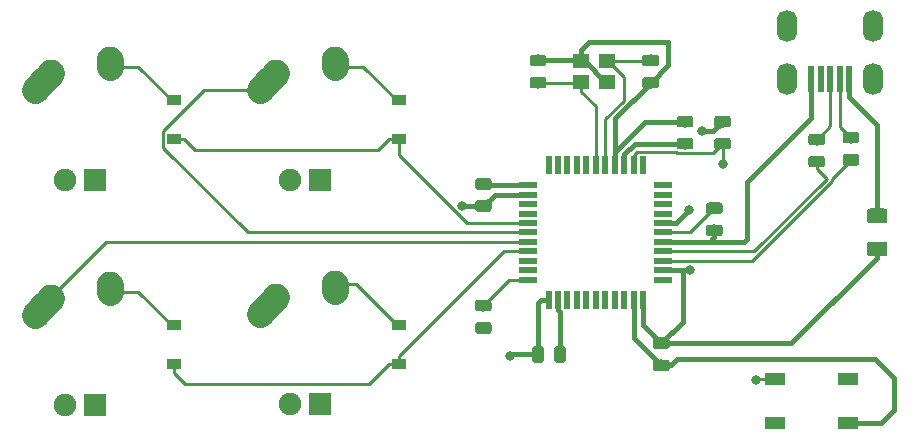
<source format=gtl>
G04 #@! TF.GenerationSoftware,KiCad,Pcbnew,(5.1.4)-1*
G04 #@! TF.CreationDate,2022-05-24T18:09:22-07:00*
G04 #@! TF.ProjectId,pcb-keyb-tut,7063622d-6b65-4796-922d-7475742e6b69,rev?*
G04 #@! TF.SameCoordinates,Original*
G04 #@! TF.FileFunction,Copper,L1,Top*
G04 #@! TF.FilePolarity,Positive*
%FSLAX46Y46*%
G04 Gerber Fmt 4.6, Leading zero omitted, Abs format (unit mm)*
G04 Created by KiCad (PCBNEW (5.1.4)-1) date 2022-05-24 18:09:22*
%MOMM*%
%LPD*%
G04 APERTURE LIST*
%ADD10R,1.400000X1.200000*%
%ADD11C,2.250000*%
%ADD12C,2.250000*%
%ADD13C,1.905000*%
%ADD14R,1.905000X1.905000*%
%ADD15R,1.200000X0.900000*%
%ADD16R,0.500000X2.250000*%
%ADD17O,1.700000X2.700000*%
%ADD18R,1.500000X0.550000*%
%ADD19R,0.550000X1.500000*%
%ADD20R,1.800000X1.100000*%
%ADD21C,0.100000*%
%ADD22C,0.975000*%
%ADD23C,1.250000*%
%ADD24C,0.800000*%
%ADD25C,0.381000*%
%ADD26C,0.254000*%
G04 APERTURE END LIST*
D10*
X109898000Y-119785500D03*
X112098000Y-119785500D03*
X112098000Y-118085500D03*
X109898000Y-118085500D03*
D11*
X89047000Y-137251000D03*
D12*
X89027000Y-137541000D02*
X89067000Y-136961000D01*
D11*
X89067000Y-136961000D03*
X83372001Y-138771000D03*
D12*
X82717000Y-139501000D02*
X84027002Y-138041000D01*
D11*
X84027000Y-138041000D03*
D13*
X85257000Y-147121000D03*
D14*
X87797000Y-147121000D03*
D11*
X89038750Y-118241250D03*
D12*
X89018750Y-118531250D02*
X89058750Y-117951250D01*
D11*
X89058750Y-117951250D03*
X83363751Y-119761250D03*
D12*
X82708750Y-120491250D02*
X84018752Y-119031250D01*
D11*
X84018750Y-119031250D03*
D13*
X85248750Y-128111250D03*
D14*
X87788750Y-128111250D03*
D11*
X69988750Y-137291250D03*
D12*
X69968750Y-137581250D02*
X70008750Y-137001250D01*
D11*
X70008750Y-137001250D03*
X64313751Y-138811250D03*
D12*
X63658750Y-139541250D02*
X64968752Y-138081250D01*
D11*
X64968750Y-138081250D03*
D13*
X66198750Y-147161250D03*
D14*
X68738750Y-147161250D03*
D11*
X69988750Y-118241250D03*
D12*
X69968750Y-118531250D02*
X70008750Y-117951250D01*
D11*
X70008750Y-117951250D03*
X64313751Y-119761250D03*
D12*
X63658750Y-120491250D02*
X64968752Y-119031250D01*
D11*
X64968750Y-119031250D03*
D13*
X66198750Y-128111250D03*
D14*
X68738750Y-128111250D03*
D15*
X94456250Y-140431250D03*
X94456250Y-143731250D03*
X94456250Y-121381250D03*
X94456250Y-124681250D03*
X75406250Y-140431250D03*
X75406250Y-143731250D03*
X75406250Y-121381250D03*
X75406250Y-124681250D03*
D16*
X129368750Y-119593750D03*
X130168750Y-119593750D03*
X130968750Y-119593750D03*
X131768750Y-119593750D03*
X132568750Y-119593750D03*
D17*
X134618750Y-119593750D03*
X127318750Y-119593750D03*
X127318750Y-115093750D03*
X134618750Y-115093750D03*
D18*
X116825000Y-136556250D03*
X116825000Y-135756250D03*
X116825000Y-134956250D03*
X116825000Y-134156250D03*
X116825000Y-133356250D03*
X116825000Y-132556250D03*
X116825000Y-131756250D03*
X116825000Y-130956250D03*
X116825000Y-130156250D03*
X116825000Y-129356250D03*
X116825000Y-128556250D03*
D19*
X115125000Y-126856250D03*
X114325000Y-126856250D03*
X113525000Y-126856250D03*
X112725000Y-126856250D03*
X111925000Y-126856250D03*
X111125000Y-126856250D03*
X110325000Y-126856250D03*
X109525000Y-126856250D03*
X108725000Y-126856250D03*
X107925000Y-126856250D03*
X107125000Y-126856250D03*
D18*
X105425000Y-128556250D03*
X105425000Y-129356250D03*
X105425000Y-130156250D03*
X105425000Y-130956250D03*
X105425000Y-131756250D03*
X105425000Y-132556250D03*
X105425000Y-133356250D03*
X105425000Y-134156250D03*
X105425000Y-134956250D03*
X105425000Y-135756250D03*
X105425000Y-136556250D03*
D19*
X107125000Y-138256250D03*
X107925000Y-138256250D03*
X108725000Y-138256250D03*
X109525000Y-138256250D03*
X110325000Y-138256250D03*
X111125000Y-138256250D03*
X111925000Y-138256250D03*
X112725000Y-138256250D03*
X113525000Y-138256250D03*
X114325000Y-138256250D03*
X115125000Y-138256250D03*
D20*
X132481250Y-148693750D03*
X126281250Y-144993750D03*
X132481250Y-144993750D03*
X126281250Y-148693750D03*
D21*
G36*
X102080142Y-138276174D02*
G01*
X102103803Y-138279684D01*
X102127007Y-138285496D01*
X102149529Y-138293554D01*
X102171153Y-138303782D01*
X102191670Y-138316079D01*
X102210883Y-138330329D01*
X102228607Y-138346393D01*
X102244671Y-138364117D01*
X102258921Y-138383330D01*
X102271218Y-138403847D01*
X102281446Y-138425471D01*
X102289504Y-138447993D01*
X102295316Y-138471197D01*
X102298826Y-138494858D01*
X102300000Y-138518750D01*
X102300000Y-139006250D01*
X102298826Y-139030142D01*
X102295316Y-139053803D01*
X102289504Y-139077007D01*
X102281446Y-139099529D01*
X102271218Y-139121153D01*
X102258921Y-139141670D01*
X102244671Y-139160883D01*
X102228607Y-139178607D01*
X102210883Y-139194671D01*
X102191670Y-139208921D01*
X102171153Y-139221218D01*
X102149529Y-139231446D01*
X102127007Y-139239504D01*
X102103803Y-139245316D01*
X102080142Y-139248826D01*
X102056250Y-139250000D01*
X101143750Y-139250000D01*
X101119858Y-139248826D01*
X101096197Y-139245316D01*
X101072993Y-139239504D01*
X101050471Y-139231446D01*
X101028847Y-139221218D01*
X101008330Y-139208921D01*
X100989117Y-139194671D01*
X100971393Y-139178607D01*
X100955329Y-139160883D01*
X100941079Y-139141670D01*
X100928782Y-139121153D01*
X100918554Y-139099529D01*
X100910496Y-139077007D01*
X100904684Y-139053803D01*
X100901174Y-139030142D01*
X100900000Y-139006250D01*
X100900000Y-138518750D01*
X100901174Y-138494858D01*
X100904684Y-138471197D01*
X100910496Y-138447993D01*
X100918554Y-138425471D01*
X100928782Y-138403847D01*
X100941079Y-138383330D01*
X100955329Y-138364117D01*
X100971393Y-138346393D01*
X100989117Y-138330329D01*
X101008330Y-138316079D01*
X101028847Y-138303782D01*
X101050471Y-138293554D01*
X101072993Y-138285496D01*
X101096197Y-138279684D01*
X101119858Y-138276174D01*
X101143750Y-138275000D01*
X102056250Y-138275000D01*
X102080142Y-138276174D01*
X102080142Y-138276174D01*
G37*
D22*
X101600000Y-138762500D03*
D21*
G36*
X102080142Y-140151174D02*
G01*
X102103803Y-140154684D01*
X102127007Y-140160496D01*
X102149529Y-140168554D01*
X102171153Y-140178782D01*
X102191670Y-140191079D01*
X102210883Y-140205329D01*
X102228607Y-140221393D01*
X102244671Y-140239117D01*
X102258921Y-140258330D01*
X102271218Y-140278847D01*
X102281446Y-140300471D01*
X102289504Y-140322993D01*
X102295316Y-140346197D01*
X102298826Y-140369858D01*
X102300000Y-140393750D01*
X102300000Y-140881250D01*
X102298826Y-140905142D01*
X102295316Y-140928803D01*
X102289504Y-140952007D01*
X102281446Y-140974529D01*
X102271218Y-140996153D01*
X102258921Y-141016670D01*
X102244671Y-141035883D01*
X102228607Y-141053607D01*
X102210883Y-141069671D01*
X102191670Y-141083921D01*
X102171153Y-141096218D01*
X102149529Y-141106446D01*
X102127007Y-141114504D01*
X102103803Y-141120316D01*
X102080142Y-141123826D01*
X102056250Y-141125000D01*
X101143750Y-141125000D01*
X101119858Y-141123826D01*
X101096197Y-141120316D01*
X101072993Y-141114504D01*
X101050471Y-141106446D01*
X101028847Y-141096218D01*
X101008330Y-141083921D01*
X100989117Y-141069671D01*
X100971393Y-141053607D01*
X100955329Y-141035883D01*
X100941079Y-141016670D01*
X100928782Y-140996153D01*
X100918554Y-140974529D01*
X100910496Y-140952007D01*
X100904684Y-140928803D01*
X100901174Y-140905142D01*
X100900000Y-140881250D01*
X100900000Y-140393750D01*
X100901174Y-140369858D01*
X100904684Y-140346197D01*
X100910496Y-140322993D01*
X100918554Y-140300471D01*
X100928782Y-140278847D01*
X100941079Y-140258330D01*
X100955329Y-140239117D01*
X100971393Y-140221393D01*
X100989117Y-140205329D01*
X101008330Y-140191079D01*
X101028847Y-140178782D01*
X101050471Y-140168554D01*
X101072993Y-140160496D01*
X101096197Y-140154684D01*
X101119858Y-140151174D01*
X101143750Y-140150000D01*
X102056250Y-140150000D01*
X102080142Y-140151174D01*
X102080142Y-140151174D01*
G37*
D22*
X101600000Y-140637500D03*
D21*
G36*
X122336642Y-124561924D02*
G01*
X122360303Y-124565434D01*
X122383507Y-124571246D01*
X122406029Y-124579304D01*
X122427653Y-124589532D01*
X122448170Y-124601829D01*
X122467383Y-124616079D01*
X122485107Y-124632143D01*
X122501171Y-124649867D01*
X122515421Y-124669080D01*
X122527718Y-124689597D01*
X122537946Y-124711221D01*
X122546004Y-124733743D01*
X122551816Y-124756947D01*
X122555326Y-124780608D01*
X122556500Y-124804500D01*
X122556500Y-125292000D01*
X122555326Y-125315892D01*
X122551816Y-125339553D01*
X122546004Y-125362757D01*
X122537946Y-125385279D01*
X122527718Y-125406903D01*
X122515421Y-125427420D01*
X122501171Y-125446633D01*
X122485107Y-125464357D01*
X122467383Y-125480421D01*
X122448170Y-125494671D01*
X122427653Y-125506968D01*
X122406029Y-125517196D01*
X122383507Y-125525254D01*
X122360303Y-125531066D01*
X122336642Y-125534576D01*
X122312750Y-125535750D01*
X121400250Y-125535750D01*
X121376358Y-125534576D01*
X121352697Y-125531066D01*
X121329493Y-125525254D01*
X121306971Y-125517196D01*
X121285347Y-125506968D01*
X121264830Y-125494671D01*
X121245617Y-125480421D01*
X121227893Y-125464357D01*
X121211829Y-125446633D01*
X121197579Y-125427420D01*
X121185282Y-125406903D01*
X121175054Y-125385279D01*
X121166996Y-125362757D01*
X121161184Y-125339553D01*
X121157674Y-125315892D01*
X121156500Y-125292000D01*
X121156500Y-124804500D01*
X121157674Y-124780608D01*
X121161184Y-124756947D01*
X121166996Y-124733743D01*
X121175054Y-124711221D01*
X121185282Y-124689597D01*
X121197579Y-124669080D01*
X121211829Y-124649867D01*
X121227893Y-124632143D01*
X121245617Y-124616079D01*
X121264830Y-124601829D01*
X121285347Y-124589532D01*
X121306971Y-124579304D01*
X121329493Y-124571246D01*
X121352697Y-124565434D01*
X121376358Y-124561924D01*
X121400250Y-124560750D01*
X122312750Y-124560750D01*
X122336642Y-124561924D01*
X122336642Y-124561924D01*
G37*
D22*
X121856500Y-125048250D03*
D21*
G36*
X122336642Y-122686924D02*
G01*
X122360303Y-122690434D01*
X122383507Y-122696246D01*
X122406029Y-122704304D01*
X122427653Y-122714532D01*
X122448170Y-122726829D01*
X122467383Y-122741079D01*
X122485107Y-122757143D01*
X122501171Y-122774867D01*
X122515421Y-122794080D01*
X122527718Y-122814597D01*
X122537946Y-122836221D01*
X122546004Y-122858743D01*
X122551816Y-122881947D01*
X122555326Y-122905608D01*
X122556500Y-122929500D01*
X122556500Y-123417000D01*
X122555326Y-123440892D01*
X122551816Y-123464553D01*
X122546004Y-123487757D01*
X122537946Y-123510279D01*
X122527718Y-123531903D01*
X122515421Y-123552420D01*
X122501171Y-123571633D01*
X122485107Y-123589357D01*
X122467383Y-123605421D01*
X122448170Y-123619671D01*
X122427653Y-123631968D01*
X122406029Y-123642196D01*
X122383507Y-123650254D01*
X122360303Y-123656066D01*
X122336642Y-123659576D01*
X122312750Y-123660750D01*
X121400250Y-123660750D01*
X121376358Y-123659576D01*
X121352697Y-123656066D01*
X121329493Y-123650254D01*
X121306971Y-123642196D01*
X121285347Y-123631968D01*
X121264830Y-123619671D01*
X121245617Y-123605421D01*
X121227893Y-123589357D01*
X121211829Y-123571633D01*
X121197579Y-123552420D01*
X121185282Y-123531903D01*
X121175054Y-123510279D01*
X121166996Y-123487757D01*
X121161184Y-123464553D01*
X121157674Y-123440892D01*
X121156500Y-123417000D01*
X121156500Y-122929500D01*
X121157674Y-122905608D01*
X121161184Y-122881947D01*
X121166996Y-122858743D01*
X121175054Y-122836221D01*
X121185282Y-122814597D01*
X121197579Y-122794080D01*
X121211829Y-122774867D01*
X121227893Y-122757143D01*
X121245617Y-122741079D01*
X121264830Y-122726829D01*
X121285347Y-122714532D01*
X121306971Y-122704304D01*
X121329493Y-122696246D01*
X121352697Y-122690434D01*
X121376358Y-122686924D01*
X121400250Y-122685750D01*
X122312750Y-122685750D01*
X122336642Y-122686924D01*
X122336642Y-122686924D01*
G37*
D22*
X121856500Y-123173250D03*
D21*
G36*
X130305892Y-124210924D02*
G01*
X130329553Y-124214434D01*
X130352757Y-124220246D01*
X130375279Y-124228304D01*
X130396903Y-124238532D01*
X130417420Y-124250829D01*
X130436633Y-124265079D01*
X130454357Y-124281143D01*
X130470421Y-124298867D01*
X130484671Y-124318080D01*
X130496968Y-124338597D01*
X130507196Y-124360221D01*
X130515254Y-124382743D01*
X130521066Y-124405947D01*
X130524576Y-124429608D01*
X130525750Y-124453500D01*
X130525750Y-124941000D01*
X130524576Y-124964892D01*
X130521066Y-124988553D01*
X130515254Y-125011757D01*
X130507196Y-125034279D01*
X130496968Y-125055903D01*
X130484671Y-125076420D01*
X130470421Y-125095633D01*
X130454357Y-125113357D01*
X130436633Y-125129421D01*
X130417420Y-125143671D01*
X130396903Y-125155968D01*
X130375279Y-125166196D01*
X130352757Y-125174254D01*
X130329553Y-125180066D01*
X130305892Y-125183576D01*
X130282000Y-125184750D01*
X129369500Y-125184750D01*
X129345608Y-125183576D01*
X129321947Y-125180066D01*
X129298743Y-125174254D01*
X129276221Y-125166196D01*
X129254597Y-125155968D01*
X129234080Y-125143671D01*
X129214867Y-125129421D01*
X129197143Y-125113357D01*
X129181079Y-125095633D01*
X129166829Y-125076420D01*
X129154532Y-125055903D01*
X129144304Y-125034279D01*
X129136246Y-125011757D01*
X129130434Y-124988553D01*
X129126924Y-124964892D01*
X129125750Y-124941000D01*
X129125750Y-124453500D01*
X129126924Y-124429608D01*
X129130434Y-124405947D01*
X129136246Y-124382743D01*
X129144304Y-124360221D01*
X129154532Y-124338597D01*
X129166829Y-124318080D01*
X129181079Y-124298867D01*
X129197143Y-124281143D01*
X129214867Y-124265079D01*
X129234080Y-124250829D01*
X129254597Y-124238532D01*
X129276221Y-124228304D01*
X129298743Y-124220246D01*
X129321947Y-124214434D01*
X129345608Y-124210924D01*
X129369500Y-124209750D01*
X130282000Y-124209750D01*
X130305892Y-124210924D01*
X130305892Y-124210924D01*
G37*
D22*
X129825750Y-124697250D03*
D21*
G36*
X130305892Y-126085924D02*
G01*
X130329553Y-126089434D01*
X130352757Y-126095246D01*
X130375279Y-126103304D01*
X130396903Y-126113532D01*
X130417420Y-126125829D01*
X130436633Y-126140079D01*
X130454357Y-126156143D01*
X130470421Y-126173867D01*
X130484671Y-126193080D01*
X130496968Y-126213597D01*
X130507196Y-126235221D01*
X130515254Y-126257743D01*
X130521066Y-126280947D01*
X130524576Y-126304608D01*
X130525750Y-126328500D01*
X130525750Y-126816000D01*
X130524576Y-126839892D01*
X130521066Y-126863553D01*
X130515254Y-126886757D01*
X130507196Y-126909279D01*
X130496968Y-126930903D01*
X130484671Y-126951420D01*
X130470421Y-126970633D01*
X130454357Y-126988357D01*
X130436633Y-127004421D01*
X130417420Y-127018671D01*
X130396903Y-127030968D01*
X130375279Y-127041196D01*
X130352757Y-127049254D01*
X130329553Y-127055066D01*
X130305892Y-127058576D01*
X130282000Y-127059750D01*
X129369500Y-127059750D01*
X129345608Y-127058576D01*
X129321947Y-127055066D01*
X129298743Y-127049254D01*
X129276221Y-127041196D01*
X129254597Y-127030968D01*
X129234080Y-127018671D01*
X129214867Y-127004421D01*
X129197143Y-126988357D01*
X129181079Y-126970633D01*
X129166829Y-126951420D01*
X129154532Y-126930903D01*
X129144304Y-126909279D01*
X129136246Y-126886757D01*
X129130434Y-126863553D01*
X129126924Y-126839892D01*
X129125750Y-126816000D01*
X129125750Y-126328500D01*
X129126924Y-126304608D01*
X129130434Y-126280947D01*
X129136246Y-126257743D01*
X129144304Y-126235221D01*
X129154532Y-126213597D01*
X129166829Y-126193080D01*
X129181079Y-126173867D01*
X129197143Y-126156143D01*
X129214867Y-126140079D01*
X129234080Y-126125829D01*
X129254597Y-126113532D01*
X129276221Y-126103304D01*
X129298743Y-126095246D01*
X129321947Y-126089434D01*
X129345608Y-126085924D01*
X129369500Y-126084750D01*
X130282000Y-126084750D01*
X130305892Y-126085924D01*
X130305892Y-126085924D01*
G37*
D22*
X129825750Y-126572250D03*
D21*
G36*
X133195142Y-124052174D02*
G01*
X133218803Y-124055684D01*
X133242007Y-124061496D01*
X133264529Y-124069554D01*
X133286153Y-124079782D01*
X133306670Y-124092079D01*
X133325883Y-124106329D01*
X133343607Y-124122393D01*
X133359671Y-124140117D01*
X133373921Y-124159330D01*
X133386218Y-124179847D01*
X133396446Y-124201471D01*
X133404504Y-124223993D01*
X133410316Y-124247197D01*
X133413826Y-124270858D01*
X133415000Y-124294750D01*
X133415000Y-124782250D01*
X133413826Y-124806142D01*
X133410316Y-124829803D01*
X133404504Y-124853007D01*
X133396446Y-124875529D01*
X133386218Y-124897153D01*
X133373921Y-124917670D01*
X133359671Y-124936883D01*
X133343607Y-124954607D01*
X133325883Y-124970671D01*
X133306670Y-124984921D01*
X133286153Y-124997218D01*
X133264529Y-125007446D01*
X133242007Y-125015504D01*
X133218803Y-125021316D01*
X133195142Y-125024826D01*
X133171250Y-125026000D01*
X132258750Y-125026000D01*
X132234858Y-125024826D01*
X132211197Y-125021316D01*
X132187993Y-125015504D01*
X132165471Y-125007446D01*
X132143847Y-124997218D01*
X132123330Y-124984921D01*
X132104117Y-124970671D01*
X132086393Y-124954607D01*
X132070329Y-124936883D01*
X132056079Y-124917670D01*
X132043782Y-124897153D01*
X132033554Y-124875529D01*
X132025496Y-124853007D01*
X132019684Y-124829803D01*
X132016174Y-124806142D01*
X132015000Y-124782250D01*
X132015000Y-124294750D01*
X132016174Y-124270858D01*
X132019684Y-124247197D01*
X132025496Y-124223993D01*
X132033554Y-124201471D01*
X132043782Y-124179847D01*
X132056079Y-124159330D01*
X132070329Y-124140117D01*
X132086393Y-124122393D01*
X132104117Y-124106329D01*
X132123330Y-124092079D01*
X132143847Y-124079782D01*
X132165471Y-124069554D01*
X132187993Y-124061496D01*
X132211197Y-124055684D01*
X132234858Y-124052174D01*
X132258750Y-124051000D01*
X133171250Y-124051000D01*
X133195142Y-124052174D01*
X133195142Y-124052174D01*
G37*
D22*
X132715000Y-124538500D03*
D21*
G36*
X133195142Y-125927174D02*
G01*
X133218803Y-125930684D01*
X133242007Y-125936496D01*
X133264529Y-125944554D01*
X133286153Y-125954782D01*
X133306670Y-125967079D01*
X133325883Y-125981329D01*
X133343607Y-125997393D01*
X133359671Y-126015117D01*
X133373921Y-126034330D01*
X133386218Y-126054847D01*
X133396446Y-126076471D01*
X133404504Y-126098993D01*
X133410316Y-126122197D01*
X133413826Y-126145858D01*
X133415000Y-126169750D01*
X133415000Y-126657250D01*
X133413826Y-126681142D01*
X133410316Y-126704803D01*
X133404504Y-126728007D01*
X133396446Y-126750529D01*
X133386218Y-126772153D01*
X133373921Y-126792670D01*
X133359671Y-126811883D01*
X133343607Y-126829607D01*
X133325883Y-126845671D01*
X133306670Y-126859921D01*
X133286153Y-126872218D01*
X133264529Y-126882446D01*
X133242007Y-126890504D01*
X133218803Y-126896316D01*
X133195142Y-126899826D01*
X133171250Y-126901000D01*
X132258750Y-126901000D01*
X132234858Y-126899826D01*
X132211197Y-126896316D01*
X132187993Y-126890504D01*
X132165471Y-126882446D01*
X132143847Y-126872218D01*
X132123330Y-126859921D01*
X132104117Y-126845671D01*
X132086393Y-126829607D01*
X132070329Y-126811883D01*
X132056079Y-126792670D01*
X132043782Y-126772153D01*
X132033554Y-126750529D01*
X132025496Y-126728007D01*
X132019684Y-126704803D01*
X132016174Y-126681142D01*
X132015000Y-126657250D01*
X132015000Y-126169750D01*
X132016174Y-126145858D01*
X132019684Y-126122197D01*
X132025496Y-126098993D01*
X132033554Y-126076471D01*
X132043782Y-126054847D01*
X132056079Y-126034330D01*
X132070329Y-126015117D01*
X132086393Y-125997393D01*
X132104117Y-125981329D01*
X132123330Y-125967079D01*
X132143847Y-125954782D01*
X132165471Y-125944554D01*
X132187993Y-125936496D01*
X132211197Y-125930684D01*
X132234858Y-125927174D01*
X132258750Y-125926000D01*
X133171250Y-125926000D01*
X133195142Y-125927174D01*
X133195142Y-125927174D01*
G37*
D22*
X132715000Y-126413500D03*
D21*
G36*
X135587004Y-130532454D02*
G01*
X135611273Y-130536054D01*
X135635071Y-130542015D01*
X135658171Y-130550280D01*
X135680349Y-130560770D01*
X135701393Y-130573383D01*
X135721098Y-130587997D01*
X135739277Y-130604473D01*
X135755753Y-130622652D01*
X135770367Y-130642357D01*
X135782980Y-130663401D01*
X135793470Y-130685579D01*
X135801735Y-130708679D01*
X135807696Y-130732477D01*
X135811296Y-130756746D01*
X135812500Y-130781250D01*
X135812500Y-131531250D01*
X135811296Y-131555754D01*
X135807696Y-131580023D01*
X135801735Y-131603821D01*
X135793470Y-131626921D01*
X135782980Y-131649099D01*
X135770367Y-131670143D01*
X135755753Y-131689848D01*
X135739277Y-131708027D01*
X135721098Y-131724503D01*
X135701393Y-131739117D01*
X135680349Y-131751730D01*
X135658171Y-131762220D01*
X135635071Y-131770485D01*
X135611273Y-131776446D01*
X135587004Y-131780046D01*
X135562500Y-131781250D01*
X134312500Y-131781250D01*
X134287996Y-131780046D01*
X134263727Y-131776446D01*
X134239929Y-131770485D01*
X134216829Y-131762220D01*
X134194651Y-131751730D01*
X134173607Y-131739117D01*
X134153902Y-131724503D01*
X134135723Y-131708027D01*
X134119247Y-131689848D01*
X134104633Y-131670143D01*
X134092020Y-131649099D01*
X134081530Y-131626921D01*
X134073265Y-131603821D01*
X134067304Y-131580023D01*
X134063704Y-131555754D01*
X134062500Y-131531250D01*
X134062500Y-130781250D01*
X134063704Y-130756746D01*
X134067304Y-130732477D01*
X134073265Y-130708679D01*
X134081530Y-130685579D01*
X134092020Y-130663401D01*
X134104633Y-130642357D01*
X134119247Y-130622652D01*
X134135723Y-130604473D01*
X134153902Y-130587997D01*
X134173607Y-130573383D01*
X134194651Y-130560770D01*
X134216829Y-130550280D01*
X134239929Y-130542015D01*
X134263727Y-130536054D01*
X134287996Y-130532454D01*
X134312500Y-130531250D01*
X135562500Y-130531250D01*
X135587004Y-130532454D01*
X135587004Y-130532454D01*
G37*
D23*
X134937500Y-131156250D03*
D21*
G36*
X135587004Y-133332454D02*
G01*
X135611273Y-133336054D01*
X135635071Y-133342015D01*
X135658171Y-133350280D01*
X135680349Y-133360770D01*
X135701393Y-133373383D01*
X135721098Y-133387997D01*
X135739277Y-133404473D01*
X135755753Y-133422652D01*
X135770367Y-133442357D01*
X135782980Y-133463401D01*
X135793470Y-133485579D01*
X135801735Y-133508679D01*
X135807696Y-133532477D01*
X135811296Y-133556746D01*
X135812500Y-133581250D01*
X135812500Y-134331250D01*
X135811296Y-134355754D01*
X135807696Y-134380023D01*
X135801735Y-134403821D01*
X135793470Y-134426921D01*
X135782980Y-134449099D01*
X135770367Y-134470143D01*
X135755753Y-134489848D01*
X135739277Y-134508027D01*
X135721098Y-134524503D01*
X135701393Y-134539117D01*
X135680349Y-134551730D01*
X135658171Y-134562220D01*
X135635071Y-134570485D01*
X135611273Y-134576446D01*
X135587004Y-134580046D01*
X135562500Y-134581250D01*
X134312500Y-134581250D01*
X134287996Y-134580046D01*
X134263727Y-134576446D01*
X134239929Y-134570485D01*
X134216829Y-134562220D01*
X134194651Y-134551730D01*
X134173607Y-134539117D01*
X134153902Y-134524503D01*
X134135723Y-134508027D01*
X134119247Y-134489848D01*
X134104633Y-134470143D01*
X134092020Y-134449099D01*
X134081530Y-134426921D01*
X134073265Y-134403821D01*
X134067304Y-134380023D01*
X134063704Y-134355754D01*
X134062500Y-134331250D01*
X134062500Y-133581250D01*
X134063704Y-133556746D01*
X134067304Y-133532477D01*
X134073265Y-133508679D01*
X134081530Y-133485579D01*
X134092020Y-133463401D01*
X134104633Y-133442357D01*
X134119247Y-133422652D01*
X134135723Y-133404473D01*
X134153902Y-133387997D01*
X134173607Y-133373383D01*
X134194651Y-133360770D01*
X134216829Y-133350280D01*
X134239929Y-133342015D01*
X134263727Y-133336054D01*
X134287996Y-133332454D01*
X134312500Y-133331250D01*
X135562500Y-133331250D01*
X135587004Y-133332454D01*
X135587004Y-133332454D01*
G37*
D23*
X134937500Y-133956250D03*
D21*
G36*
X121638142Y-131896174D02*
G01*
X121661803Y-131899684D01*
X121685007Y-131905496D01*
X121707529Y-131913554D01*
X121729153Y-131923782D01*
X121749670Y-131936079D01*
X121768883Y-131950329D01*
X121786607Y-131966393D01*
X121802671Y-131984117D01*
X121816921Y-132003330D01*
X121829218Y-132023847D01*
X121839446Y-132045471D01*
X121847504Y-132067993D01*
X121853316Y-132091197D01*
X121856826Y-132114858D01*
X121858000Y-132138750D01*
X121858000Y-132626250D01*
X121856826Y-132650142D01*
X121853316Y-132673803D01*
X121847504Y-132697007D01*
X121839446Y-132719529D01*
X121829218Y-132741153D01*
X121816921Y-132761670D01*
X121802671Y-132780883D01*
X121786607Y-132798607D01*
X121768883Y-132814671D01*
X121749670Y-132828921D01*
X121729153Y-132841218D01*
X121707529Y-132851446D01*
X121685007Y-132859504D01*
X121661803Y-132865316D01*
X121638142Y-132868826D01*
X121614250Y-132870000D01*
X120701750Y-132870000D01*
X120677858Y-132868826D01*
X120654197Y-132865316D01*
X120630993Y-132859504D01*
X120608471Y-132851446D01*
X120586847Y-132841218D01*
X120566330Y-132828921D01*
X120547117Y-132814671D01*
X120529393Y-132798607D01*
X120513329Y-132780883D01*
X120499079Y-132761670D01*
X120486782Y-132741153D01*
X120476554Y-132719529D01*
X120468496Y-132697007D01*
X120462684Y-132673803D01*
X120459174Y-132650142D01*
X120458000Y-132626250D01*
X120458000Y-132138750D01*
X120459174Y-132114858D01*
X120462684Y-132091197D01*
X120468496Y-132067993D01*
X120476554Y-132045471D01*
X120486782Y-132023847D01*
X120499079Y-132003330D01*
X120513329Y-131984117D01*
X120529393Y-131966393D01*
X120547117Y-131950329D01*
X120566330Y-131936079D01*
X120586847Y-131923782D01*
X120608471Y-131913554D01*
X120630993Y-131905496D01*
X120654197Y-131899684D01*
X120677858Y-131896174D01*
X120701750Y-131895000D01*
X121614250Y-131895000D01*
X121638142Y-131896174D01*
X121638142Y-131896174D01*
G37*
D22*
X121158000Y-132382500D03*
D21*
G36*
X121638142Y-130021174D02*
G01*
X121661803Y-130024684D01*
X121685007Y-130030496D01*
X121707529Y-130038554D01*
X121729153Y-130048782D01*
X121749670Y-130061079D01*
X121768883Y-130075329D01*
X121786607Y-130091393D01*
X121802671Y-130109117D01*
X121816921Y-130128330D01*
X121829218Y-130148847D01*
X121839446Y-130170471D01*
X121847504Y-130192993D01*
X121853316Y-130216197D01*
X121856826Y-130239858D01*
X121858000Y-130263750D01*
X121858000Y-130751250D01*
X121856826Y-130775142D01*
X121853316Y-130798803D01*
X121847504Y-130822007D01*
X121839446Y-130844529D01*
X121829218Y-130866153D01*
X121816921Y-130886670D01*
X121802671Y-130905883D01*
X121786607Y-130923607D01*
X121768883Y-130939671D01*
X121749670Y-130953921D01*
X121729153Y-130966218D01*
X121707529Y-130976446D01*
X121685007Y-130984504D01*
X121661803Y-130990316D01*
X121638142Y-130993826D01*
X121614250Y-130995000D01*
X120701750Y-130995000D01*
X120677858Y-130993826D01*
X120654197Y-130990316D01*
X120630993Y-130984504D01*
X120608471Y-130976446D01*
X120586847Y-130966218D01*
X120566330Y-130953921D01*
X120547117Y-130939671D01*
X120529393Y-130923607D01*
X120513329Y-130905883D01*
X120499079Y-130886670D01*
X120486782Y-130866153D01*
X120476554Y-130844529D01*
X120468496Y-130822007D01*
X120462684Y-130798803D01*
X120459174Y-130775142D01*
X120458000Y-130751250D01*
X120458000Y-130263750D01*
X120459174Y-130239858D01*
X120462684Y-130216197D01*
X120468496Y-130192993D01*
X120476554Y-130170471D01*
X120486782Y-130148847D01*
X120499079Y-130128330D01*
X120513329Y-130109117D01*
X120529393Y-130091393D01*
X120547117Y-130075329D01*
X120566330Y-130061079D01*
X120586847Y-130048782D01*
X120608471Y-130038554D01*
X120630993Y-130030496D01*
X120654197Y-130024684D01*
X120677858Y-130021174D01*
X120701750Y-130020000D01*
X121614250Y-130020000D01*
X121638142Y-130021174D01*
X121638142Y-130021174D01*
G37*
D22*
X121158000Y-130507500D03*
D21*
G36*
X116240642Y-117511674D02*
G01*
X116264303Y-117515184D01*
X116287507Y-117520996D01*
X116310029Y-117529054D01*
X116331653Y-117539282D01*
X116352170Y-117551579D01*
X116371383Y-117565829D01*
X116389107Y-117581893D01*
X116405171Y-117599617D01*
X116419421Y-117618830D01*
X116431718Y-117639347D01*
X116441946Y-117660971D01*
X116450004Y-117683493D01*
X116455816Y-117706697D01*
X116459326Y-117730358D01*
X116460500Y-117754250D01*
X116460500Y-118241750D01*
X116459326Y-118265642D01*
X116455816Y-118289303D01*
X116450004Y-118312507D01*
X116441946Y-118335029D01*
X116431718Y-118356653D01*
X116419421Y-118377170D01*
X116405171Y-118396383D01*
X116389107Y-118414107D01*
X116371383Y-118430171D01*
X116352170Y-118444421D01*
X116331653Y-118456718D01*
X116310029Y-118466946D01*
X116287507Y-118475004D01*
X116264303Y-118480816D01*
X116240642Y-118484326D01*
X116216750Y-118485500D01*
X115304250Y-118485500D01*
X115280358Y-118484326D01*
X115256697Y-118480816D01*
X115233493Y-118475004D01*
X115210971Y-118466946D01*
X115189347Y-118456718D01*
X115168830Y-118444421D01*
X115149617Y-118430171D01*
X115131893Y-118414107D01*
X115115829Y-118396383D01*
X115101579Y-118377170D01*
X115089282Y-118356653D01*
X115079054Y-118335029D01*
X115070996Y-118312507D01*
X115065184Y-118289303D01*
X115061674Y-118265642D01*
X115060500Y-118241750D01*
X115060500Y-117754250D01*
X115061674Y-117730358D01*
X115065184Y-117706697D01*
X115070996Y-117683493D01*
X115079054Y-117660971D01*
X115089282Y-117639347D01*
X115101579Y-117618830D01*
X115115829Y-117599617D01*
X115131893Y-117581893D01*
X115149617Y-117565829D01*
X115168830Y-117551579D01*
X115189347Y-117539282D01*
X115210971Y-117529054D01*
X115233493Y-117520996D01*
X115256697Y-117515184D01*
X115280358Y-117511674D01*
X115304250Y-117510500D01*
X116216750Y-117510500D01*
X116240642Y-117511674D01*
X116240642Y-117511674D01*
G37*
D22*
X115760500Y-117998000D03*
D21*
G36*
X116240642Y-119386674D02*
G01*
X116264303Y-119390184D01*
X116287507Y-119395996D01*
X116310029Y-119404054D01*
X116331653Y-119414282D01*
X116352170Y-119426579D01*
X116371383Y-119440829D01*
X116389107Y-119456893D01*
X116405171Y-119474617D01*
X116419421Y-119493830D01*
X116431718Y-119514347D01*
X116441946Y-119535971D01*
X116450004Y-119558493D01*
X116455816Y-119581697D01*
X116459326Y-119605358D01*
X116460500Y-119629250D01*
X116460500Y-120116750D01*
X116459326Y-120140642D01*
X116455816Y-120164303D01*
X116450004Y-120187507D01*
X116441946Y-120210029D01*
X116431718Y-120231653D01*
X116419421Y-120252170D01*
X116405171Y-120271383D01*
X116389107Y-120289107D01*
X116371383Y-120305171D01*
X116352170Y-120319421D01*
X116331653Y-120331718D01*
X116310029Y-120341946D01*
X116287507Y-120350004D01*
X116264303Y-120355816D01*
X116240642Y-120359326D01*
X116216750Y-120360500D01*
X115304250Y-120360500D01*
X115280358Y-120359326D01*
X115256697Y-120355816D01*
X115233493Y-120350004D01*
X115210971Y-120341946D01*
X115189347Y-120331718D01*
X115168830Y-120319421D01*
X115149617Y-120305171D01*
X115131893Y-120289107D01*
X115115829Y-120271383D01*
X115101579Y-120252170D01*
X115089282Y-120231653D01*
X115079054Y-120210029D01*
X115070996Y-120187507D01*
X115065184Y-120164303D01*
X115061674Y-120140642D01*
X115060500Y-120116750D01*
X115060500Y-119629250D01*
X115061674Y-119605358D01*
X115065184Y-119581697D01*
X115070996Y-119558493D01*
X115079054Y-119535971D01*
X115089282Y-119514347D01*
X115101579Y-119493830D01*
X115115829Y-119474617D01*
X115131893Y-119456893D01*
X115149617Y-119440829D01*
X115168830Y-119426579D01*
X115189347Y-119414282D01*
X115210971Y-119404054D01*
X115233493Y-119395996D01*
X115256697Y-119390184D01*
X115280358Y-119386674D01*
X115304250Y-119385500D01*
X116216750Y-119385500D01*
X116240642Y-119386674D01*
X116240642Y-119386674D01*
G37*
D22*
X115760500Y-119873000D03*
D21*
G36*
X106715642Y-119386674D02*
G01*
X106739303Y-119390184D01*
X106762507Y-119395996D01*
X106785029Y-119404054D01*
X106806653Y-119414282D01*
X106827170Y-119426579D01*
X106846383Y-119440829D01*
X106864107Y-119456893D01*
X106880171Y-119474617D01*
X106894421Y-119493830D01*
X106906718Y-119514347D01*
X106916946Y-119535971D01*
X106925004Y-119558493D01*
X106930816Y-119581697D01*
X106934326Y-119605358D01*
X106935500Y-119629250D01*
X106935500Y-120116750D01*
X106934326Y-120140642D01*
X106930816Y-120164303D01*
X106925004Y-120187507D01*
X106916946Y-120210029D01*
X106906718Y-120231653D01*
X106894421Y-120252170D01*
X106880171Y-120271383D01*
X106864107Y-120289107D01*
X106846383Y-120305171D01*
X106827170Y-120319421D01*
X106806653Y-120331718D01*
X106785029Y-120341946D01*
X106762507Y-120350004D01*
X106739303Y-120355816D01*
X106715642Y-120359326D01*
X106691750Y-120360500D01*
X105779250Y-120360500D01*
X105755358Y-120359326D01*
X105731697Y-120355816D01*
X105708493Y-120350004D01*
X105685971Y-120341946D01*
X105664347Y-120331718D01*
X105643830Y-120319421D01*
X105624617Y-120305171D01*
X105606893Y-120289107D01*
X105590829Y-120271383D01*
X105576579Y-120252170D01*
X105564282Y-120231653D01*
X105554054Y-120210029D01*
X105545996Y-120187507D01*
X105540184Y-120164303D01*
X105536674Y-120140642D01*
X105535500Y-120116750D01*
X105535500Y-119629250D01*
X105536674Y-119605358D01*
X105540184Y-119581697D01*
X105545996Y-119558493D01*
X105554054Y-119535971D01*
X105564282Y-119514347D01*
X105576579Y-119493830D01*
X105590829Y-119474617D01*
X105606893Y-119456893D01*
X105624617Y-119440829D01*
X105643830Y-119426579D01*
X105664347Y-119414282D01*
X105685971Y-119404054D01*
X105708493Y-119395996D01*
X105731697Y-119390184D01*
X105755358Y-119386674D01*
X105779250Y-119385500D01*
X106691750Y-119385500D01*
X106715642Y-119386674D01*
X106715642Y-119386674D01*
G37*
D22*
X106235500Y-119873000D03*
D21*
G36*
X106715642Y-117511674D02*
G01*
X106739303Y-117515184D01*
X106762507Y-117520996D01*
X106785029Y-117529054D01*
X106806653Y-117539282D01*
X106827170Y-117551579D01*
X106846383Y-117565829D01*
X106864107Y-117581893D01*
X106880171Y-117599617D01*
X106894421Y-117618830D01*
X106906718Y-117639347D01*
X106916946Y-117660971D01*
X106925004Y-117683493D01*
X106930816Y-117706697D01*
X106934326Y-117730358D01*
X106935500Y-117754250D01*
X106935500Y-118241750D01*
X106934326Y-118265642D01*
X106930816Y-118289303D01*
X106925004Y-118312507D01*
X106916946Y-118335029D01*
X106906718Y-118356653D01*
X106894421Y-118377170D01*
X106880171Y-118396383D01*
X106864107Y-118414107D01*
X106846383Y-118430171D01*
X106827170Y-118444421D01*
X106806653Y-118456718D01*
X106785029Y-118466946D01*
X106762507Y-118475004D01*
X106739303Y-118480816D01*
X106715642Y-118484326D01*
X106691750Y-118485500D01*
X105779250Y-118485500D01*
X105755358Y-118484326D01*
X105731697Y-118480816D01*
X105708493Y-118475004D01*
X105685971Y-118466946D01*
X105664347Y-118456718D01*
X105643830Y-118444421D01*
X105624617Y-118430171D01*
X105606893Y-118414107D01*
X105590829Y-118396383D01*
X105576579Y-118377170D01*
X105564282Y-118356653D01*
X105554054Y-118335029D01*
X105545996Y-118312507D01*
X105540184Y-118289303D01*
X105536674Y-118265642D01*
X105535500Y-118241750D01*
X105535500Y-117754250D01*
X105536674Y-117730358D01*
X105540184Y-117706697D01*
X105545996Y-117683493D01*
X105554054Y-117660971D01*
X105564282Y-117639347D01*
X105576579Y-117618830D01*
X105590829Y-117599617D01*
X105606893Y-117581893D01*
X105624617Y-117565829D01*
X105643830Y-117551579D01*
X105664347Y-117539282D01*
X105685971Y-117529054D01*
X105708493Y-117520996D01*
X105731697Y-117515184D01*
X105755358Y-117511674D01*
X105779250Y-117510500D01*
X106691750Y-117510500D01*
X106715642Y-117511674D01*
X106715642Y-117511674D01*
G37*
D22*
X106235500Y-117998000D03*
D21*
G36*
X117161392Y-143326174D02*
G01*
X117185053Y-143329684D01*
X117208257Y-143335496D01*
X117230779Y-143343554D01*
X117252403Y-143353782D01*
X117272920Y-143366079D01*
X117292133Y-143380329D01*
X117309857Y-143396393D01*
X117325921Y-143414117D01*
X117340171Y-143433330D01*
X117352468Y-143453847D01*
X117362696Y-143475471D01*
X117370754Y-143497993D01*
X117376566Y-143521197D01*
X117380076Y-143544858D01*
X117381250Y-143568750D01*
X117381250Y-144056250D01*
X117380076Y-144080142D01*
X117376566Y-144103803D01*
X117370754Y-144127007D01*
X117362696Y-144149529D01*
X117352468Y-144171153D01*
X117340171Y-144191670D01*
X117325921Y-144210883D01*
X117309857Y-144228607D01*
X117292133Y-144244671D01*
X117272920Y-144258921D01*
X117252403Y-144271218D01*
X117230779Y-144281446D01*
X117208257Y-144289504D01*
X117185053Y-144295316D01*
X117161392Y-144298826D01*
X117137500Y-144300000D01*
X116225000Y-144300000D01*
X116201108Y-144298826D01*
X116177447Y-144295316D01*
X116154243Y-144289504D01*
X116131721Y-144281446D01*
X116110097Y-144271218D01*
X116089580Y-144258921D01*
X116070367Y-144244671D01*
X116052643Y-144228607D01*
X116036579Y-144210883D01*
X116022329Y-144191670D01*
X116010032Y-144171153D01*
X115999804Y-144149529D01*
X115991746Y-144127007D01*
X115985934Y-144103803D01*
X115982424Y-144080142D01*
X115981250Y-144056250D01*
X115981250Y-143568750D01*
X115982424Y-143544858D01*
X115985934Y-143521197D01*
X115991746Y-143497993D01*
X115999804Y-143475471D01*
X116010032Y-143453847D01*
X116022329Y-143433330D01*
X116036579Y-143414117D01*
X116052643Y-143396393D01*
X116070367Y-143380329D01*
X116089580Y-143366079D01*
X116110097Y-143353782D01*
X116131721Y-143343554D01*
X116154243Y-143335496D01*
X116177447Y-143329684D01*
X116201108Y-143326174D01*
X116225000Y-143325000D01*
X117137500Y-143325000D01*
X117161392Y-143326174D01*
X117161392Y-143326174D01*
G37*
D22*
X116681250Y-143812500D03*
D21*
G36*
X117161392Y-141451174D02*
G01*
X117185053Y-141454684D01*
X117208257Y-141460496D01*
X117230779Y-141468554D01*
X117252403Y-141478782D01*
X117272920Y-141491079D01*
X117292133Y-141505329D01*
X117309857Y-141521393D01*
X117325921Y-141539117D01*
X117340171Y-141558330D01*
X117352468Y-141578847D01*
X117362696Y-141600471D01*
X117370754Y-141622993D01*
X117376566Y-141646197D01*
X117380076Y-141669858D01*
X117381250Y-141693750D01*
X117381250Y-142181250D01*
X117380076Y-142205142D01*
X117376566Y-142228803D01*
X117370754Y-142252007D01*
X117362696Y-142274529D01*
X117352468Y-142296153D01*
X117340171Y-142316670D01*
X117325921Y-142335883D01*
X117309857Y-142353607D01*
X117292133Y-142369671D01*
X117272920Y-142383921D01*
X117252403Y-142396218D01*
X117230779Y-142406446D01*
X117208257Y-142414504D01*
X117185053Y-142420316D01*
X117161392Y-142423826D01*
X117137500Y-142425000D01*
X116225000Y-142425000D01*
X116201108Y-142423826D01*
X116177447Y-142420316D01*
X116154243Y-142414504D01*
X116131721Y-142406446D01*
X116110097Y-142396218D01*
X116089580Y-142383921D01*
X116070367Y-142369671D01*
X116052643Y-142353607D01*
X116036579Y-142335883D01*
X116022329Y-142316670D01*
X116010032Y-142296153D01*
X115999804Y-142274529D01*
X115991746Y-142252007D01*
X115985934Y-142228803D01*
X115982424Y-142205142D01*
X115981250Y-142181250D01*
X115981250Y-141693750D01*
X115982424Y-141669858D01*
X115985934Y-141646197D01*
X115991746Y-141622993D01*
X115999804Y-141600471D01*
X116010032Y-141578847D01*
X116022329Y-141558330D01*
X116036579Y-141539117D01*
X116052643Y-141521393D01*
X116070367Y-141505329D01*
X116089580Y-141491079D01*
X116110097Y-141478782D01*
X116131721Y-141468554D01*
X116154243Y-141460496D01*
X116177447Y-141454684D01*
X116201108Y-141451174D01*
X116225000Y-141450000D01*
X117137500Y-141450000D01*
X117161392Y-141451174D01*
X117161392Y-141451174D01*
G37*
D22*
X116681250Y-141937500D03*
D21*
G36*
X119161642Y-122686924D02*
G01*
X119185303Y-122690434D01*
X119208507Y-122696246D01*
X119231029Y-122704304D01*
X119252653Y-122714532D01*
X119273170Y-122726829D01*
X119292383Y-122741079D01*
X119310107Y-122757143D01*
X119326171Y-122774867D01*
X119340421Y-122794080D01*
X119352718Y-122814597D01*
X119362946Y-122836221D01*
X119371004Y-122858743D01*
X119376816Y-122881947D01*
X119380326Y-122905608D01*
X119381500Y-122929500D01*
X119381500Y-123417000D01*
X119380326Y-123440892D01*
X119376816Y-123464553D01*
X119371004Y-123487757D01*
X119362946Y-123510279D01*
X119352718Y-123531903D01*
X119340421Y-123552420D01*
X119326171Y-123571633D01*
X119310107Y-123589357D01*
X119292383Y-123605421D01*
X119273170Y-123619671D01*
X119252653Y-123631968D01*
X119231029Y-123642196D01*
X119208507Y-123650254D01*
X119185303Y-123656066D01*
X119161642Y-123659576D01*
X119137750Y-123660750D01*
X118225250Y-123660750D01*
X118201358Y-123659576D01*
X118177697Y-123656066D01*
X118154493Y-123650254D01*
X118131971Y-123642196D01*
X118110347Y-123631968D01*
X118089830Y-123619671D01*
X118070617Y-123605421D01*
X118052893Y-123589357D01*
X118036829Y-123571633D01*
X118022579Y-123552420D01*
X118010282Y-123531903D01*
X118000054Y-123510279D01*
X117991996Y-123487757D01*
X117986184Y-123464553D01*
X117982674Y-123440892D01*
X117981500Y-123417000D01*
X117981500Y-122929500D01*
X117982674Y-122905608D01*
X117986184Y-122881947D01*
X117991996Y-122858743D01*
X118000054Y-122836221D01*
X118010282Y-122814597D01*
X118022579Y-122794080D01*
X118036829Y-122774867D01*
X118052893Y-122757143D01*
X118070617Y-122741079D01*
X118089830Y-122726829D01*
X118110347Y-122714532D01*
X118131971Y-122704304D01*
X118154493Y-122696246D01*
X118177697Y-122690434D01*
X118201358Y-122686924D01*
X118225250Y-122685750D01*
X119137750Y-122685750D01*
X119161642Y-122686924D01*
X119161642Y-122686924D01*
G37*
D22*
X118681500Y-123173250D03*
D21*
G36*
X119161642Y-124561924D02*
G01*
X119185303Y-124565434D01*
X119208507Y-124571246D01*
X119231029Y-124579304D01*
X119252653Y-124589532D01*
X119273170Y-124601829D01*
X119292383Y-124616079D01*
X119310107Y-124632143D01*
X119326171Y-124649867D01*
X119340421Y-124669080D01*
X119352718Y-124689597D01*
X119362946Y-124711221D01*
X119371004Y-124733743D01*
X119376816Y-124756947D01*
X119380326Y-124780608D01*
X119381500Y-124804500D01*
X119381500Y-125292000D01*
X119380326Y-125315892D01*
X119376816Y-125339553D01*
X119371004Y-125362757D01*
X119362946Y-125385279D01*
X119352718Y-125406903D01*
X119340421Y-125427420D01*
X119326171Y-125446633D01*
X119310107Y-125464357D01*
X119292383Y-125480421D01*
X119273170Y-125494671D01*
X119252653Y-125506968D01*
X119231029Y-125517196D01*
X119208507Y-125525254D01*
X119185303Y-125531066D01*
X119161642Y-125534576D01*
X119137750Y-125535750D01*
X118225250Y-125535750D01*
X118201358Y-125534576D01*
X118177697Y-125531066D01*
X118154493Y-125525254D01*
X118131971Y-125517196D01*
X118110347Y-125506968D01*
X118089830Y-125494671D01*
X118070617Y-125480421D01*
X118052893Y-125464357D01*
X118036829Y-125446633D01*
X118022579Y-125427420D01*
X118010282Y-125406903D01*
X118000054Y-125385279D01*
X117991996Y-125362757D01*
X117986184Y-125339553D01*
X117982674Y-125315892D01*
X117981500Y-125292000D01*
X117981500Y-124804500D01*
X117982674Y-124780608D01*
X117986184Y-124756947D01*
X117991996Y-124733743D01*
X118000054Y-124711221D01*
X118010282Y-124689597D01*
X118022579Y-124669080D01*
X118036829Y-124649867D01*
X118052893Y-124632143D01*
X118070617Y-124616079D01*
X118089830Y-124601829D01*
X118110347Y-124589532D01*
X118131971Y-124579304D01*
X118154493Y-124571246D01*
X118177697Y-124565434D01*
X118201358Y-124561924D01*
X118225250Y-124560750D01*
X119137750Y-124560750D01*
X119161642Y-124561924D01*
X119161642Y-124561924D01*
G37*
D22*
X118681500Y-125048250D03*
D21*
G36*
X108361392Y-142176174D02*
G01*
X108385053Y-142179684D01*
X108408257Y-142185496D01*
X108430779Y-142193554D01*
X108452403Y-142203782D01*
X108472920Y-142216079D01*
X108492133Y-142230329D01*
X108509857Y-142246393D01*
X108525921Y-142264117D01*
X108540171Y-142283330D01*
X108552468Y-142303847D01*
X108562696Y-142325471D01*
X108570754Y-142347993D01*
X108576566Y-142371197D01*
X108580076Y-142394858D01*
X108581250Y-142418750D01*
X108581250Y-143331250D01*
X108580076Y-143355142D01*
X108576566Y-143378803D01*
X108570754Y-143402007D01*
X108562696Y-143424529D01*
X108552468Y-143446153D01*
X108540171Y-143466670D01*
X108525921Y-143485883D01*
X108509857Y-143503607D01*
X108492133Y-143519671D01*
X108472920Y-143533921D01*
X108452403Y-143546218D01*
X108430779Y-143556446D01*
X108408257Y-143564504D01*
X108385053Y-143570316D01*
X108361392Y-143573826D01*
X108337500Y-143575000D01*
X107850000Y-143575000D01*
X107826108Y-143573826D01*
X107802447Y-143570316D01*
X107779243Y-143564504D01*
X107756721Y-143556446D01*
X107735097Y-143546218D01*
X107714580Y-143533921D01*
X107695367Y-143519671D01*
X107677643Y-143503607D01*
X107661579Y-143485883D01*
X107647329Y-143466670D01*
X107635032Y-143446153D01*
X107624804Y-143424529D01*
X107616746Y-143402007D01*
X107610934Y-143378803D01*
X107607424Y-143355142D01*
X107606250Y-143331250D01*
X107606250Y-142418750D01*
X107607424Y-142394858D01*
X107610934Y-142371197D01*
X107616746Y-142347993D01*
X107624804Y-142325471D01*
X107635032Y-142303847D01*
X107647329Y-142283330D01*
X107661579Y-142264117D01*
X107677643Y-142246393D01*
X107695367Y-142230329D01*
X107714580Y-142216079D01*
X107735097Y-142203782D01*
X107756721Y-142193554D01*
X107779243Y-142185496D01*
X107802447Y-142179684D01*
X107826108Y-142176174D01*
X107850000Y-142175000D01*
X108337500Y-142175000D01*
X108361392Y-142176174D01*
X108361392Y-142176174D01*
G37*
D22*
X108093750Y-142875000D03*
D21*
G36*
X106486392Y-142176174D02*
G01*
X106510053Y-142179684D01*
X106533257Y-142185496D01*
X106555779Y-142193554D01*
X106577403Y-142203782D01*
X106597920Y-142216079D01*
X106617133Y-142230329D01*
X106634857Y-142246393D01*
X106650921Y-142264117D01*
X106665171Y-142283330D01*
X106677468Y-142303847D01*
X106687696Y-142325471D01*
X106695754Y-142347993D01*
X106701566Y-142371197D01*
X106705076Y-142394858D01*
X106706250Y-142418750D01*
X106706250Y-143331250D01*
X106705076Y-143355142D01*
X106701566Y-143378803D01*
X106695754Y-143402007D01*
X106687696Y-143424529D01*
X106677468Y-143446153D01*
X106665171Y-143466670D01*
X106650921Y-143485883D01*
X106634857Y-143503607D01*
X106617133Y-143519671D01*
X106597920Y-143533921D01*
X106577403Y-143546218D01*
X106555779Y-143556446D01*
X106533257Y-143564504D01*
X106510053Y-143570316D01*
X106486392Y-143573826D01*
X106462500Y-143575000D01*
X105975000Y-143575000D01*
X105951108Y-143573826D01*
X105927447Y-143570316D01*
X105904243Y-143564504D01*
X105881721Y-143556446D01*
X105860097Y-143546218D01*
X105839580Y-143533921D01*
X105820367Y-143519671D01*
X105802643Y-143503607D01*
X105786579Y-143485883D01*
X105772329Y-143466670D01*
X105760032Y-143446153D01*
X105749804Y-143424529D01*
X105741746Y-143402007D01*
X105735934Y-143378803D01*
X105732424Y-143355142D01*
X105731250Y-143331250D01*
X105731250Y-142418750D01*
X105732424Y-142394858D01*
X105735934Y-142371197D01*
X105741746Y-142347993D01*
X105749804Y-142325471D01*
X105760032Y-142303847D01*
X105772329Y-142283330D01*
X105786579Y-142264117D01*
X105802643Y-142246393D01*
X105820367Y-142230329D01*
X105839580Y-142216079D01*
X105860097Y-142203782D01*
X105881721Y-142193554D01*
X105904243Y-142185496D01*
X105927447Y-142179684D01*
X105951108Y-142176174D01*
X105975000Y-142175000D01*
X106462500Y-142175000D01*
X106486392Y-142176174D01*
X106486392Y-142176174D01*
G37*
D22*
X106218750Y-142875000D03*
D21*
G36*
X102080142Y-127957424D02*
G01*
X102103803Y-127960934D01*
X102127007Y-127966746D01*
X102149529Y-127974804D01*
X102171153Y-127985032D01*
X102191670Y-127997329D01*
X102210883Y-128011579D01*
X102228607Y-128027643D01*
X102244671Y-128045367D01*
X102258921Y-128064580D01*
X102271218Y-128085097D01*
X102281446Y-128106721D01*
X102289504Y-128129243D01*
X102295316Y-128152447D01*
X102298826Y-128176108D01*
X102300000Y-128200000D01*
X102300000Y-128687500D01*
X102298826Y-128711392D01*
X102295316Y-128735053D01*
X102289504Y-128758257D01*
X102281446Y-128780779D01*
X102271218Y-128802403D01*
X102258921Y-128822920D01*
X102244671Y-128842133D01*
X102228607Y-128859857D01*
X102210883Y-128875921D01*
X102191670Y-128890171D01*
X102171153Y-128902468D01*
X102149529Y-128912696D01*
X102127007Y-128920754D01*
X102103803Y-128926566D01*
X102080142Y-128930076D01*
X102056250Y-128931250D01*
X101143750Y-128931250D01*
X101119858Y-128930076D01*
X101096197Y-128926566D01*
X101072993Y-128920754D01*
X101050471Y-128912696D01*
X101028847Y-128902468D01*
X101008330Y-128890171D01*
X100989117Y-128875921D01*
X100971393Y-128859857D01*
X100955329Y-128842133D01*
X100941079Y-128822920D01*
X100928782Y-128802403D01*
X100918554Y-128780779D01*
X100910496Y-128758257D01*
X100904684Y-128735053D01*
X100901174Y-128711392D01*
X100900000Y-128687500D01*
X100900000Y-128200000D01*
X100901174Y-128176108D01*
X100904684Y-128152447D01*
X100910496Y-128129243D01*
X100918554Y-128106721D01*
X100928782Y-128085097D01*
X100941079Y-128064580D01*
X100955329Y-128045367D01*
X100971393Y-128027643D01*
X100989117Y-128011579D01*
X101008330Y-127997329D01*
X101028847Y-127985032D01*
X101050471Y-127974804D01*
X101072993Y-127966746D01*
X101096197Y-127960934D01*
X101119858Y-127957424D01*
X101143750Y-127956250D01*
X102056250Y-127956250D01*
X102080142Y-127957424D01*
X102080142Y-127957424D01*
G37*
D22*
X101600000Y-128443750D03*
D21*
G36*
X102080142Y-129832424D02*
G01*
X102103803Y-129835934D01*
X102127007Y-129841746D01*
X102149529Y-129849804D01*
X102171153Y-129860032D01*
X102191670Y-129872329D01*
X102210883Y-129886579D01*
X102228607Y-129902643D01*
X102244671Y-129920367D01*
X102258921Y-129939580D01*
X102271218Y-129960097D01*
X102281446Y-129981721D01*
X102289504Y-130004243D01*
X102295316Y-130027447D01*
X102298826Y-130051108D01*
X102300000Y-130075000D01*
X102300000Y-130562500D01*
X102298826Y-130586392D01*
X102295316Y-130610053D01*
X102289504Y-130633257D01*
X102281446Y-130655779D01*
X102271218Y-130677403D01*
X102258921Y-130697920D01*
X102244671Y-130717133D01*
X102228607Y-130734857D01*
X102210883Y-130750921D01*
X102191670Y-130765171D01*
X102171153Y-130777468D01*
X102149529Y-130787696D01*
X102127007Y-130795754D01*
X102103803Y-130801566D01*
X102080142Y-130805076D01*
X102056250Y-130806250D01*
X101143750Y-130806250D01*
X101119858Y-130805076D01*
X101096197Y-130801566D01*
X101072993Y-130795754D01*
X101050471Y-130787696D01*
X101028847Y-130777468D01*
X101008330Y-130765171D01*
X100989117Y-130750921D01*
X100971393Y-130734857D01*
X100955329Y-130717133D01*
X100941079Y-130697920D01*
X100928782Y-130677403D01*
X100918554Y-130655779D01*
X100910496Y-130633257D01*
X100904684Y-130610053D01*
X100901174Y-130586392D01*
X100900000Y-130562500D01*
X100900000Y-130075000D01*
X100901174Y-130051108D01*
X100904684Y-130027447D01*
X100910496Y-130004243D01*
X100918554Y-129981721D01*
X100928782Y-129960097D01*
X100941079Y-129939580D01*
X100955329Y-129920367D01*
X100971393Y-129902643D01*
X100989117Y-129886579D01*
X101008330Y-129872329D01*
X101028847Y-129860032D01*
X101050471Y-129849804D01*
X101072993Y-129841746D01*
X101096197Y-129835934D01*
X101119858Y-129832424D01*
X101143750Y-129831250D01*
X102056250Y-129831250D01*
X102080142Y-129832424D01*
X102080142Y-129832424D01*
G37*
D22*
X101600000Y-130318750D03*
D24*
X99822000Y-130302000D03*
X103886000Y-143002000D03*
X118999000Y-130683000D03*
X120142000Y-123952000D03*
X119126000Y-135763000D03*
X124714000Y-145034000D03*
X121920000Y-126746000D03*
D25*
X106323000Y-118085500D02*
X106235500Y-117998000D01*
X111900902Y-119785500D02*
X112098000Y-119785500D01*
X110200902Y-118085500D02*
X111900902Y-119785500D01*
X109898000Y-118085500D02*
X110200902Y-118085500D01*
X109898000Y-117104500D02*
X110543500Y-116459000D01*
X109898000Y-118085500D02*
X109898000Y-117104500D01*
X110543500Y-116459000D02*
X117221000Y-116459000D01*
X117221000Y-118412500D02*
X115760500Y-119873000D01*
X117221000Y-116459000D02*
X117221000Y-118412500D01*
X112725000Y-122908500D02*
X112725000Y-126856250D01*
X115760500Y-119873000D02*
X112725000Y-122908500D01*
X109810500Y-117998000D02*
X109898000Y-118085500D01*
X106235500Y-117998000D02*
X109810500Y-117998000D01*
X117881500Y-123173250D02*
X118681500Y-123173250D01*
X115277000Y-123173250D02*
X117881500Y-123173250D01*
X112725000Y-125725250D02*
X115277000Y-123173250D01*
X112725000Y-126856250D02*
X112725000Y-125725250D01*
X107925000Y-139167000D02*
X107925000Y-138256250D01*
X108093750Y-139335750D02*
X107925000Y-139167000D01*
X108093750Y-142875000D02*
X108093750Y-139335750D01*
X123691750Y-133356250D02*
X116825000Y-133356250D01*
X123952000Y-133096000D02*
X123691750Y-133356250D01*
X123952000Y-128297540D02*
X123952000Y-133096000D01*
X129368750Y-119593750D02*
X129368750Y-122880790D01*
X129368750Y-122880790D02*
X123952000Y-128297540D01*
X117956000Y-133356250D02*
X116825000Y-133356250D01*
X120771750Y-133356250D02*
X117956000Y-133356250D01*
X121158000Y-132970000D02*
X120771750Y-133356250D01*
X121158000Y-132382500D02*
X121158000Y-132970000D01*
X114325000Y-141456250D02*
X114325000Y-138256250D01*
X116681250Y-143812500D02*
X114325000Y-141456250D01*
X117481250Y-143812500D02*
X118037750Y-143256000D01*
X116681250Y-143812500D02*
X117481250Y-143812500D01*
X118037750Y-143256000D02*
X134747000Y-143256000D01*
X134747000Y-143256000D02*
X136398000Y-144907000D01*
X136398000Y-144907000D02*
X136398000Y-147574000D01*
X135278250Y-148693750D02*
X132481250Y-148693750D01*
X136398000Y-147574000D02*
X135278250Y-148693750D01*
X101712500Y-128556250D02*
X101600000Y-128443750D01*
X105425000Y-128556250D02*
X101712500Y-128556250D01*
X117881500Y-125048250D02*
X118681500Y-125048250D01*
X114405098Y-125048250D02*
X117881500Y-125048250D01*
X113525000Y-125928348D02*
X114405098Y-125048250D01*
X113525000Y-126856250D02*
X113525000Y-125928348D01*
X101600000Y-130318750D02*
X99838750Y-130318750D01*
X99838750Y-130318750D02*
X99822000Y-130302000D01*
X106469000Y-138256250D02*
X107125000Y-138256250D01*
X106218750Y-138506500D02*
X106469000Y-138256250D01*
X106218750Y-142875000D02*
X106218750Y-138506500D01*
X106218750Y-142875000D02*
X104013000Y-142875000D01*
X104013000Y-142875000D02*
X103886000Y-143002000D01*
X117481250Y-141937500D02*
X116681250Y-141937500D01*
X127681250Y-141937500D02*
X117481250Y-141937500D01*
X134937500Y-134681250D02*
X127681250Y-141937500D01*
X134937500Y-133956250D02*
X134937500Y-134681250D01*
X115125000Y-140381250D02*
X115125000Y-138256250D01*
X116681250Y-141937500D02*
X115125000Y-140381250D01*
X116825000Y-135756250D02*
X118484250Y-135756250D01*
X118484250Y-140134500D02*
X116681250Y-141937500D01*
X118484250Y-135756250D02*
X118484250Y-140134500D01*
X116825000Y-131756250D02*
X117925750Y-131756250D01*
X117925750Y-131756250D02*
X118999000Y-130683000D01*
X121077750Y-123952000D02*
X121856500Y-123173250D01*
X120142000Y-123952000D02*
X121077750Y-123952000D01*
X118484250Y-135756250D02*
X119119250Y-135756250D01*
X119119250Y-135756250D02*
X119126000Y-135763000D01*
X102562500Y-129356250D02*
X101600000Y-130318750D01*
X105425000Y-129356250D02*
X102562500Y-129356250D01*
D26*
X111125000Y-125852250D02*
X111125000Y-126856250D01*
X111125000Y-121866500D02*
X111125000Y-125852250D01*
X109898000Y-120639500D02*
X111125000Y-121866500D01*
X109898000Y-119785500D02*
X109898000Y-120639500D01*
X109810500Y-119873000D02*
X109898000Y-119785500D01*
X106235500Y-119873000D02*
X109810500Y-119873000D01*
X112185500Y-117998000D02*
X112098000Y-118085500D01*
X115673000Y-118085500D02*
X115760500Y-117998000D01*
X112098000Y-118085500D02*
X115673000Y-118085500D01*
X112098000Y-118085500D02*
X112198000Y-118085500D01*
X112198000Y-118085500D02*
X113492500Y-119380000D01*
X111925000Y-125852250D02*
X111925000Y-126856250D01*
X111925000Y-122976632D02*
X111925000Y-125852250D01*
X113492500Y-121409132D02*
X111925000Y-122976632D01*
X113492500Y-119380000D02*
X113492500Y-121409132D01*
X119109250Y-132556250D02*
X121158000Y-130507500D01*
X116825000Y-132556250D02*
X119109250Y-132556250D01*
X75256250Y-121381250D02*
X75406250Y-121381250D01*
X72406250Y-118531250D02*
X75256250Y-121381250D01*
X69968750Y-118531250D02*
X72406250Y-118531250D01*
X76260250Y-124681250D02*
X77182000Y-125603000D01*
X75406250Y-124681250D02*
X76260250Y-124681250D01*
X93602250Y-124681250D02*
X94456250Y-124681250D01*
X92680500Y-125603000D02*
X93602250Y-124681250D01*
X77182000Y-125603000D02*
X92680500Y-125603000D01*
X94456250Y-125385250D02*
X94456250Y-124681250D01*
X94456250Y-126012212D02*
X94456250Y-125385250D01*
X100200288Y-131756250D02*
X94456250Y-126012212D01*
X105425000Y-131756250D02*
X100200288Y-131756250D01*
X75256250Y-140431250D02*
X75406250Y-140431250D01*
X72406250Y-137581250D02*
X75256250Y-140431250D01*
X69968750Y-137581250D02*
X72406250Y-137581250D01*
X75406250Y-144435250D02*
X76386000Y-145415000D01*
X75406250Y-143731250D02*
X75406250Y-144435250D01*
X93602250Y-143731250D02*
X94456250Y-143731250D01*
X91918500Y-145415000D02*
X93602250Y-143731250D01*
X76386000Y-145415000D02*
X91918500Y-145415000D01*
X94456250Y-143027250D02*
X94456250Y-143731250D01*
X103327250Y-134156250D02*
X94456250Y-143027250D01*
X105425000Y-134156250D02*
X103327250Y-134156250D01*
X94306250Y-121381250D02*
X94456250Y-121381250D01*
X91456250Y-118531250D02*
X94306250Y-121381250D01*
X89018750Y-118531250D02*
X91456250Y-118531250D01*
X90836000Y-136961000D02*
X89067000Y-136961000D01*
X94456250Y-140431250D02*
X94306250Y-140431250D01*
X94306250Y-140431250D02*
X90836000Y-136961000D01*
D25*
X134937500Y-130431250D02*
X134937500Y-131156250D01*
X134937500Y-123468500D02*
X134937500Y-130431250D01*
X132568750Y-121099750D02*
X134937500Y-123468500D01*
X132568750Y-119593750D02*
X132568750Y-121099750D01*
D26*
X131768750Y-123592250D02*
X132715000Y-124538500D01*
X131768750Y-119593750D02*
X131768750Y-123592250D01*
X131136009Y-127992491D02*
X131136009Y-128204057D01*
X132715000Y-126413500D02*
X131136009Y-127992491D01*
X124383816Y-134956250D02*
X116825000Y-134956250D01*
X131136009Y-128204057D02*
X124383816Y-134956250D01*
X130968750Y-123554250D02*
X129825750Y-124697250D01*
X130968750Y-119593750D02*
X130968750Y-123554250D01*
X129825750Y-127159750D02*
X130682000Y-128016000D01*
X129825750Y-126572250D02*
X129825750Y-127159750D01*
X124541750Y-134156250D02*
X116825000Y-134156250D01*
X130682000Y-128016000D02*
X124541750Y-134156250D01*
X126281250Y-144993750D02*
X124754250Y-144993750D01*
X124754250Y-144993750D02*
X124714000Y-145034000D01*
X121920000Y-125111750D02*
X121856500Y-125048250D01*
X121920000Y-126746000D02*
X121920000Y-125111750D01*
X121300263Y-125604487D02*
X121856500Y-125048250D01*
X121041990Y-125862760D02*
X121300263Y-125604487D01*
X117988832Y-125862760D02*
X121041990Y-125862760D01*
X117905321Y-125779249D02*
X117988832Y-125862760D01*
X114588399Y-125779249D02*
X117905321Y-125779249D01*
X114325000Y-126042648D02*
X114588399Y-125779249D01*
X114325000Y-126856250D02*
X114325000Y-126042648D01*
X103806250Y-136556250D02*
X101600000Y-138762500D01*
X105425000Y-136556250D02*
X103806250Y-136556250D01*
X63658750Y-139541250D02*
X63658750Y-137953750D01*
X63658750Y-139391250D02*
X63658750Y-139541250D01*
X69693750Y-133356250D02*
X63658750Y-139391250D01*
X105425000Y-133356250D02*
X69693750Y-133356250D01*
X82708750Y-139391250D02*
X82708750Y-139541250D01*
X77957648Y-120491250D02*
X82708750Y-120491250D01*
X74479249Y-123969649D02*
X77957648Y-120491250D01*
X74479249Y-125392851D02*
X74479249Y-123969649D01*
X81642648Y-132556250D02*
X74479249Y-125392851D01*
X105425000Y-132556250D02*
X81642648Y-132556250D01*
M02*

</source>
